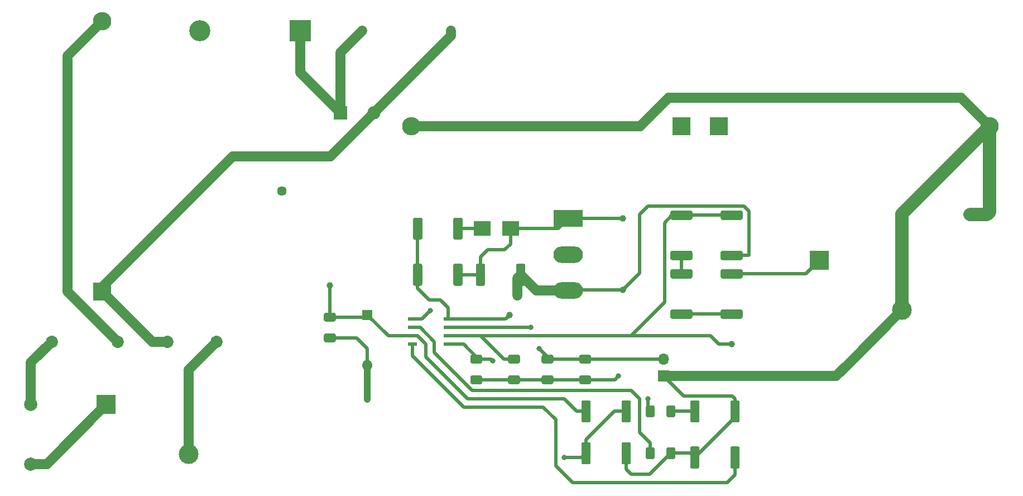
<source format=gbr>
%TF.GenerationSoftware,KiCad,Pcbnew,(5.1.8)-1*%
%TF.CreationDate,2021-03-15T15:17:27-07:00*%
%TF.ProjectId,KiCAD Simulations,4b694341-4420-4536-996d-756c6174696f,rev?*%
%TF.SameCoordinates,Original*%
%TF.FileFunction,Copper,L1,Top*%
%TF.FilePolarity,Positive*%
%FSLAX46Y46*%
G04 Gerber Fmt 4.6, Leading zero omitted, Abs format (unit mm)*
G04 Created by KiCad (PCBNEW (5.1.8)-1) date 2021-03-15 15:17:27*
%MOMM*%
%LPD*%
G01*
G04 APERTURE LIST*
%TA.AperFunction,ComponentPad*%
%ADD10O,3.200000X3.200000*%
%TD*%
%TA.AperFunction,ComponentPad*%
%ADD11R,3.200000X3.200000*%
%TD*%
%TA.AperFunction,ComponentPad*%
%ADD12O,2.800000X2.800000*%
%TD*%
%TA.AperFunction,ComponentPad*%
%ADD13R,2.800000X2.800000*%
%TD*%
%TA.AperFunction,ComponentPad*%
%ADD14O,1.700000X1.700000*%
%TD*%
%TA.AperFunction,ComponentPad*%
%ADD15R,1.700000X1.700000*%
%TD*%
%TA.AperFunction,ComponentPad*%
%ADD16C,1.854200*%
%TD*%
%TA.AperFunction,SMDPad,CuDef*%
%ADD17R,1.454899X0.558000*%
%TD*%
%TA.AperFunction,SMDPad,CuDef*%
%ADD18C,1.000000*%
%TD*%
%TA.AperFunction,ComponentPad*%
%ADD19C,2.000000*%
%TD*%
%TA.AperFunction,ComponentPad*%
%ADD20O,4.500000X2.500000*%
%TD*%
%TA.AperFunction,ComponentPad*%
%ADD21R,4.500000X2.500000*%
%TD*%
%TA.AperFunction,ComponentPad*%
%ADD22C,1.447800*%
%TD*%
%TA.AperFunction,ComponentPad*%
%ADD23C,3.000000*%
%TD*%
%TA.AperFunction,ComponentPad*%
%ADD24R,3.000000X3.000000*%
%TD*%
%TA.AperFunction,SMDPad,CuDef*%
%ADD25R,2.500000X2.300000*%
%TD*%
%TA.AperFunction,ComponentPad*%
%ADD26O,2.000000X2.000000*%
%TD*%
%TA.AperFunction,ComponentPad*%
%ADD27R,2.000000X2.000000*%
%TD*%
%TA.AperFunction,ComponentPad*%
%ADD28O,1.600000X1.600000*%
%TD*%
%TA.AperFunction,ComponentPad*%
%ADD29R,1.600000X1.600000*%
%TD*%
%TA.AperFunction,ViaPad*%
%ADD30C,0.800000*%
%TD*%
%TA.AperFunction,ViaPad*%
%ADD31C,1.200000*%
%TD*%
%TA.AperFunction,Conductor*%
%ADD32C,1.500000*%
%TD*%
%TA.AperFunction,Conductor*%
%ADD33C,0.500000*%
%TD*%
%TA.AperFunction,Conductor*%
%ADD34C,2.000000*%
%TD*%
%TA.AperFunction,Conductor*%
%ADD35C,1.000000*%
%TD*%
G04 APERTURE END LIST*
D10*
%TO.P,Dboost1,2*%
%TO.N,Net-(Dboost1-Pad2)*%
X120650000Y-26416000D03*
D11*
%TO.P,Dboost1,1*%
%TO.N,Net-(Coutx1-Pad1)*%
X135890000Y-26416000D03*
%TD*%
D12*
%TO.P,Coutx2,2*%
%TO.N,GND*%
X152675000Y-40894000D03*
D13*
%TO.P,Coutx2,1*%
%TO.N,Net-(Coutx1-Pad1)*%
X193675000Y-40894000D03*
%TD*%
D14*
%TO.P,J2,2*%
%TO.N,Net-(Cvcc1-Pad1)*%
X191008000Y-76200000D03*
D15*
%TO.P,J2,1*%
%TO.N,GND*%
X191008000Y-78740000D03*
%TD*%
D16*
%TO.P,Uac1,4*%
%TO.N,Net-(J1-Pad2)*%
X123171001Y-73533000D03*
%TO.P,Uac1,3*%
%TO.N,Net-(Cin1-Pad1)*%
X115671000Y-73533000D03*
%TO.P,Uac1,2*%
%TO.N,Net-(Cin1-Pad2)*%
X108171000Y-73533000D03*
%TO.P,Uac1,1*%
%TO.N,Net-(Rntc1-Pad1)*%
X98171000Y-73533000D03*
%TD*%
D17*
%TO.P,U1,8*%
%TO.N,Net-(Rgate1-Pad1)*%
X158296348Y-70104000D03*
%TO.P,U1,7*%
%TO.N,Net-(Cvcc1-Pad1)*%
X158296348Y-71374000D03*
%TO.P,U1,6*%
%TO.N,Net-(Cvsense1-Pad1)*%
X158296348Y-72644000D03*
%TO.P,U1,5*%
%TO.N,Net-(Ccomp1-Pad1)*%
X158296348Y-73914000D03*
%TO.P,U1,4*%
%TO.N,Net-(Rfreq1-Pad1)*%
X152853652Y-73914000D03*
%TO.P,U1,3*%
%TO.N,Net-(Cisense1-Pad1)*%
X152853652Y-72644000D03*
%TO.P,U1,2*%
%TO.N,Net-(Cicomp1-Pad1)*%
X152853652Y-71374000D03*
%TO.P,U1,1*%
%TO.N,GND*%
X152853652Y-70104000D03*
%TD*%
D18*
%TO.P,TPvsense1,1*%
%TO.N,Net-(Cvsense1-Pad1)*%
X201295000Y-73914000D03*
%TD*%
%TO.P,TPQ1,1*%
%TO.N,Net-(Dturnoff1-Pad2)*%
X184785000Y-54864000D03*
%TD*%
%TO.P,TPisense1,1*%
%TO.N,Net-(Cisense1-Pad1)*%
X140335000Y-65024000D03*
%TD*%
%TO.P,TPgnd5,1*%
%TO.N,GND*%
X184785000Y-65659000D03*
%TD*%
%TO.P,TPgnd2,1*%
%TO.N,GND*%
X237490000Y-54229000D03*
%TD*%
%TO.P,TPgnd1,1*%
%TO.N,GND*%
X146050000Y-82296000D03*
%TD*%
%TO.P,TPgate1,1*%
%TO.N,Net-(Rgate1-Pad1)*%
X167640000Y-69469000D03*
%TD*%
%TO.P,TPDstart2,1*%
%TO.N,Net-(Coutx1-Pad1)*%
X145288000Y-26416000D03*
%TD*%
%TO.P,TPDstart1,1*%
%TO.N,Net-(Cin1-Pad1)*%
X158750000Y-26416000D03*
%TD*%
%TO.P,Rsense1,2*%
%TO.N,GND*%
%TA.AperFunction,SMDPad,CuDef*%
G36*
G01*
X184595000Y-91849001D02*
X184595000Y-88998999D01*
G75*
G02*
X184844999Y-88749000I249999J0D01*
G01*
X185745001Y-88749000D01*
G75*
G02*
X185995000Y-88998999I0J-249999D01*
G01*
X185995000Y-91849001D01*
G75*
G02*
X185745001Y-92099000I-249999J0D01*
G01*
X184844999Y-92099000D01*
G75*
G02*
X184595000Y-91849001I0J249999D01*
G01*
G37*
%TD.AperFunction*%
%TO.P,Rsense1,1*%
%TO.N,Net-(Cin1-Pad2)*%
%TA.AperFunction,SMDPad,CuDef*%
G36*
G01*
X178495000Y-91849001D02*
X178495000Y-88998999D01*
G75*
G02*
X178744999Y-88749000I249999J0D01*
G01*
X179645001Y-88749000D01*
G75*
G02*
X179895000Y-88998999I0J-249999D01*
G01*
X179895000Y-91849001D01*
G75*
G02*
X179645001Y-92099000I-249999J0D01*
G01*
X178744999Y-92099000D01*
G75*
G02*
X178495000Y-91849001I0J249999D01*
G01*
G37*
%TD.AperFunction*%
%TD*%
D19*
%TO.P,Rntc1,2*%
%TO.N,Net-(J1-Pad1)*%
X94996000Y-92058000D03*
%TO.P,Rntc1,1*%
%TO.N,Net-(Rntc1-Pad1)*%
X94996000Y-83058000D03*
%TD*%
%TO.P,Risense1,2*%
%TO.N,Net-(Cin1-Pad2)*%
%TA.AperFunction,SMDPad,CuDef*%
G36*
G01*
X184595000Y-85499001D02*
X184595000Y-82648999D01*
G75*
G02*
X184844999Y-82399000I249999J0D01*
G01*
X185745001Y-82399000D01*
G75*
G02*
X185995000Y-82648999I0J-249999D01*
G01*
X185995000Y-85499001D01*
G75*
G02*
X185745001Y-85749000I-249999J0D01*
G01*
X184844999Y-85749000D01*
G75*
G02*
X184595000Y-85499001I0J249999D01*
G01*
G37*
%TD.AperFunction*%
%TO.P,Risense1,1*%
%TO.N,Net-(Cisense1-Pad1)*%
%TA.AperFunction,SMDPad,CuDef*%
G36*
G01*
X178495000Y-85499001D02*
X178495000Y-82648999D01*
G75*
G02*
X178744999Y-82399000I249999J0D01*
G01*
X179645001Y-82399000D01*
G75*
G02*
X179895000Y-82648999I0J-249999D01*
G01*
X179895000Y-85499001D01*
G75*
G02*
X179645001Y-85749000I-249999J0D01*
G01*
X178744999Y-85749000D01*
G75*
G02*
X178495000Y-85499001I0J249999D01*
G01*
G37*
%TD.AperFunction*%
%TD*%
%TO.P,Rgate3,2*%
%TO.N,Net-(Rgate1-Pad1)*%
%TA.AperFunction,SMDPad,CuDef*%
G36*
G01*
X154368000Y-54962999D02*
X154368000Y-57813001D01*
G75*
G02*
X154118001Y-58063000I-249999J0D01*
G01*
X153217999Y-58063000D01*
G75*
G02*
X152968000Y-57813001I0J249999D01*
G01*
X152968000Y-54962999D01*
G75*
G02*
X153217999Y-54713000I249999J0D01*
G01*
X154118001Y-54713000D01*
G75*
G02*
X154368000Y-54962999I0J-249999D01*
G01*
G37*
%TD.AperFunction*%
%TO.P,Rgate3,1*%
%TO.N,Net-(Dturnoff1-Pad1)*%
%TA.AperFunction,SMDPad,CuDef*%
G36*
G01*
X160468000Y-54962999D02*
X160468000Y-57813001D01*
G75*
G02*
X160218001Y-58063000I-249999J0D01*
G01*
X159317999Y-58063000D01*
G75*
G02*
X159068000Y-57813001I0J249999D01*
G01*
X159068000Y-54962999D01*
G75*
G02*
X159317999Y-54713000I249999J0D01*
G01*
X160218001Y-54713000D01*
G75*
G02*
X160468000Y-54962999I0J-249999D01*
G01*
G37*
%TD.AperFunction*%
%TD*%
%TO.P,Rgate2,2*%
%TO.N,GND*%
%TA.AperFunction,SMDPad,CuDef*%
G36*
G01*
X168593000Y-64798001D02*
X168593000Y-61947999D01*
G75*
G02*
X168842999Y-61698000I249999J0D01*
G01*
X169743001Y-61698000D01*
G75*
G02*
X169993000Y-61947999I0J-249999D01*
G01*
X169993000Y-64798001D01*
G75*
G02*
X169743001Y-65048000I-249999J0D01*
G01*
X168842999Y-65048000D01*
G75*
G02*
X168593000Y-64798001I0J249999D01*
G01*
G37*
%TD.AperFunction*%
%TO.P,Rgate2,1*%
%TO.N,Net-(Dturnoff1-Pad2)*%
%TA.AperFunction,SMDPad,CuDef*%
G36*
G01*
X162493000Y-64798001D02*
X162493000Y-61947999D01*
G75*
G02*
X162742999Y-61698000I249999J0D01*
G01*
X163643001Y-61698000D01*
G75*
G02*
X163893000Y-61947999I0J-249999D01*
G01*
X163893000Y-64798001D01*
G75*
G02*
X163643001Y-65048000I-249999J0D01*
G01*
X162742999Y-65048000D01*
G75*
G02*
X162493000Y-64798001I0J249999D01*
G01*
G37*
%TD.AperFunction*%
%TD*%
%TO.P,Rgate1,2*%
%TO.N,Net-(Dturnoff1-Pad2)*%
%TA.AperFunction,SMDPad,CuDef*%
G36*
G01*
X159068000Y-64798001D02*
X159068000Y-61947999D01*
G75*
G02*
X159317999Y-61698000I249999J0D01*
G01*
X160218001Y-61698000D01*
G75*
G02*
X160468000Y-61947999I0J-249999D01*
G01*
X160468000Y-64798001D01*
G75*
G02*
X160218001Y-65048000I-249999J0D01*
G01*
X159317999Y-65048000D01*
G75*
G02*
X159068000Y-64798001I0J249999D01*
G01*
G37*
%TD.AperFunction*%
%TO.P,Rgate1,1*%
%TO.N,Net-(Rgate1-Pad1)*%
%TA.AperFunction,SMDPad,CuDef*%
G36*
G01*
X152968000Y-64798001D02*
X152968000Y-61947999D01*
G75*
G02*
X153217999Y-61698000I249999J0D01*
G01*
X154118001Y-61698000D01*
G75*
G02*
X154368000Y-61947999I0J-249999D01*
G01*
X154368000Y-64798001D01*
G75*
G02*
X154118001Y-65048000I-249999J0D01*
G01*
X153217999Y-65048000D01*
G75*
G02*
X152968000Y-64798001I0J249999D01*
G01*
G37*
%TD.AperFunction*%
%TD*%
%TO.P,Rfreq1,2*%
%TO.N,GND*%
%TA.AperFunction,SMDPad,CuDef*%
G36*
G01*
X196405000Y-89633999D02*
X196405000Y-92484001D01*
G75*
G02*
X196155001Y-92734000I-249999J0D01*
G01*
X195254999Y-92734000D01*
G75*
G02*
X195005000Y-92484001I0J249999D01*
G01*
X195005000Y-89633999D01*
G75*
G02*
X195254999Y-89384000I249999J0D01*
G01*
X196155001Y-89384000D01*
G75*
G02*
X196405000Y-89633999I0J-249999D01*
G01*
G37*
%TD.AperFunction*%
%TO.P,Rfreq1,1*%
%TO.N,Net-(Rfreq1-Pad1)*%
%TA.AperFunction,SMDPad,CuDef*%
G36*
G01*
X202505000Y-89633999D02*
X202505000Y-92484001D01*
G75*
G02*
X202255001Y-92734000I-249999J0D01*
G01*
X201354999Y-92734000D01*
G75*
G02*
X201105000Y-92484001I0J249999D01*
G01*
X201105000Y-89633999D01*
G75*
G02*
X201354999Y-89384000I249999J0D01*
G01*
X202255001Y-89384000D01*
G75*
G02*
X202505000Y-89633999I0J-249999D01*
G01*
G37*
%TD.AperFunction*%
%TD*%
%TO.P,Rfbt3,2*%
%TO.N,Net-(Cvsense1-Pad1)*%
%TA.AperFunction,SMDPad,CuDef*%
G36*
G01*
X195100001Y-55054000D02*
X192249999Y-55054000D01*
G75*
G02*
X192000000Y-54804001I0J249999D01*
G01*
X192000000Y-53903999D01*
G75*
G02*
X192249999Y-53654000I249999J0D01*
G01*
X195100001Y-53654000D01*
G75*
G02*
X195350000Y-53903999I0J-249999D01*
G01*
X195350000Y-54804001D01*
G75*
G02*
X195100001Y-55054000I-249999J0D01*
G01*
G37*
%TD.AperFunction*%
%TO.P,Rfbt3,1*%
%TO.N,Net-(Rfbt1-Pad2)*%
%TA.AperFunction,SMDPad,CuDef*%
G36*
G01*
X195100001Y-61154000D02*
X192249999Y-61154000D01*
G75*
G02*
X192000000Y-60904001I0J249999D01*
G01*
X192000000Y-60003999D01*
G75*
G02*
X192249999Y-59754000I249999J0D01*
G01*
X195100001Y-59754000D01*
G75*
G02*
X195350000Y-60003999I0J-249999D01*
G01*
X195350000Y-60904001D01*
G75*
G02*
X195100001Y-61154000I-249999J0D01*
G01*
G37*
%TD.AperFunction*%
%TD*%
%TO.P,Rfbt2,2*%
%TO.N,Net-(Rfbt1-Pad1)*%
%TA.AperFunction,SMDPad,CuDef*%
G36*
G01*
X199869999Y-68644000D02*
X202720001Y-68644000D01*
G75*
G02*
X202970000Y-68893999I0J-249999D01*
G01*
X202970000Y-69794001D01*
G75*
G02*
X202720001Y-70044000I-249999J0D01*
G01*
X199869999Y-70044000D01*
G75*
G02*
X199620000Y-69794001I0J249999D01*
G01*
X199620000Y-68893999D01*
G75*
G02*
X199869999Y-68644000I249999J0D01*
G01*
G37*
%TD.AperFunction*%
%TO.P,Rfbt2,1*%
%TO.N,Net-(Coutx1-Pad1)*%
%TA.AperFunction,SMDPad,CuDef*%
G36*
G01*
X199869999Y-62544000D02*
X202720001Y-62544000D01*
G75*
G02*
X202970000Y-62793999I0J-249999D01*
G01*
X202970000Y-63694001D01*
G75*
G02*
X202720001Y-63944000I-249999J0D01*
G01*
X199869999Y-63944000D01*
G75*
G02*
X199620000Y-63694001I0J249999D01*
G01*
X199620000Y-62793999D01*
G75*
G02*
X199869999Y-62544000I249999J0D01*
G01*
G37*
%TD.AperFunction*%
%TD*%
%TO.P,Rfbt1,2*%
%TO.N,Net-(Rfbt1-Pad2)*%
%TA.AperFunction,SMDPad,CuDef*%
G36*
G01*
X195100001Y-63944000D02*
X192249999Y-63944000D01*
G75*
G02*
X192000000Y-63694001I0J249999D01*
G01*
X192000000Y-62793999D01*
G75*
G02*
X192249999Y-62544000I249999J0D01*
G01*
X195100001Y-62544000D01*
G75*
G02*
X195350000Y-62793999I0J-249999D01*
G01*
X195350000Y-63694001D01*
G75*
G02*
X195100001Y-63944000I-249999J0D01*
G01*
G37*
%TD.AperFunction*%
%TO.P,Rfbt1,1*%
%TO.N,Net-(Rfbt1-Pad1)*%
%TA.AperFunction,SMDPad,CuDef*%
G36*
G01*
X195100001Y-70044000D02*
X192249999Y-70044000D01*
G75*
G02*
X192000000Y-69794001I0J249999D01*
G01*
X192000000Y-68893999D01*
G75*
G02*
X192249999Y-68644000I249999J0D01*
G01*
X195100001Y-68644000D01*
G75*
G02*
X195350000Y-68893999I0J-249999D01*
G01*
X195350000Y-69794001D01*
G75*
G02*
X195100001Y-70044000I-249999J0D01*
G01*
G37*
%TD.AperFunction*%
%TD*%
%TO.P,Rfbb1,2*%
%TO.N,GND*%
%TA.AperFunction,SMDPad,CuDef*%
G36*
G01*
X199869999Y-59754000D02*
X202720001Y-59754000D01*
G75*
G02*
X202970000Y-60003999I0J-249999D01*
G01*
X202970000Y-60904001D01*
G75*
G02*
X202720001Y-61154000I-249999J0D01*
G01*
X199869999Y-61154000D01*
G75*
G02*
X199620000Y-60904001I0J249999D01*
G01*
X199620000Y-60003999D01*
G75*
G02*
X199869999Y-59754000I249999J0D01*
G01*
G37*
%TD.AperFunction*%
%TO.P,Rfbb1,1*%
%TO.N,Net-(Cvsense1-Pad1)*%
%TA.AperFunction,SMDPad,CuDef*%
G36*
G01*
X199869999Y-53654000D02*
X202720001Y-53654000D01*
G75*
G02*
X202970000Y-53903999I0J-249999D01*
G01*
X202970000Y-54804001D01*
G75*
G02*
X202720001Y-55054000I-249999J0D01*
G01*
X199869999Y-55054000D01*
G75*
G02*
X199620000Y-54804001I0J249999D01*
G01*
X199620000Y-53903999D01*
G75*
G02*
X199869999Y-53654000I249999J0D01*
G01*
G37*
%TD.AperFunction*%
%TD*%
%TO.P,Rcomp1,2*%
%TO.N,GND*%
%TA.AperFunction,SMDPad,CuDef*%
G36*
G01*
X201105000Y-85499001D02*
X201105000Y-82648999D01*
G75*
G02*
X201354999Y-82399000I249999J0D01*
G01*
X202255001Y-82399000D01*
G75*
G02*
X202505000Y-82648999I0J-249999D01*
G01*
X202505000Y-85499001D01*
G75*
G02*
X202255001Y-85749000I-249999J0D01*
G01*
X201354999Y-85749000D01*
G75*
G02*
X201105000Y-85499001I0J249999D01*
G01*
G37*
%TD.AperFunction*%
%TO.P,Rcomp1,1*%
%TO.N,Net-(Ccomp1-Pad2)*%
%TA.AperFunction,SMDPad,CuDef*%
G36*
G01*
X195005000Y-85499001D02*
X195005000Y-82648999D01*
G75*
G02*
X195254999Y-82399000I249999J0D01*
G01*
X196155001Y-82399000D01*
G75*
G02*
X196405000Y-82648999I0J-249999D01*
G01*
X196405000Y-85499001D01*
G75*
G02*
X196155001Y-85749000I-249999J0D01*
G01*
X195254999Y-85749000D01*
G75*
G02*
X195005000Y-85499001I0J249999D01*
G01*
G37*
%TD.AperFunction*%
%TD*%
D20*
%TO.P,Q1,3*%
%TO.N,GND*%
X176530000Y-65764000D03*
%TO.P,Q1,2*%
%TO.N,Net-(Dboost1-Pad2)*%
X176530000Y-60314000D03*
D21*
%TO.P,Q1,1*%
%TO.N,Net-(Dturnoff1-Pad2)*%
X176530000Y-54864000D03*
%TD*%
D22*
%TO.P,L1,2*%
%TO.N,Net-(Dboost1-Pad2)*%
X133096000Y-50673000D03*
%TO.P,L1,1*%
%TO.N,Net-(Cin1-Pad1)*%
X120396000Y-50673000D03*
%TD*%
D23*
%TO.P,J3,2*%
%TO.N,GND*%
X227130000Y-68714000D03*
D24*
%TO.P,J3,1*%
%TO.N,Net-(Coutx1-Pad1)*%
X214630000Y-61214000D03*
%TD*%
D23*
%TO.P,J1,2*%
%TO.N,Net-(J1-Pad2)*%
X118926000Y-90558000D03*
D24*
%TO.P,J1,1*%
%TO.N,Net-(J1-Pad1)*%
X106426000Y-83058000D03*
%TD*%
D25*
%TO.P,Dturnoff1,2*%
%TO.N,Net-(Dturnoff1-Pad2)*%
X167758000Y-56388000D03*
%TO.P,Dturnoff1,1*%
%TO.N,Net-(Dturnoff1-Pad1)*%
X163458000Y-56388000D03*
%TD*%
D26*
%TO.P,Dstart1,2*%
%TO.N,Net-(Cin1-Pad1)*%
X147066000Y-38862000D03*
D27*
%TO.P,Dstart1,1*%
%TO.N,Net-(Coutx1-Pad1)*%
X141986000Y-38862000D03*
%TD*%
D28*
%TO.P,Disense1,2*%
%TO.N,GND*%
X146050000Y-77089000D03*
D29*
%TO.P,Disense1,1*%
%TO.N,Net-(Cisense1-Pad1)*%
X146050000Y-69469000D03*
%TD*%
%TO.P,Cvsense1,2*%
%TO.N,GND*%
%TA.AperFunction,SMDPad,CuDef*%
G36*
G01*
X167624998Y-78624000D02*
X168925002Y-78624000D01*
G75*
G02*
X169175000Y-78873998I0J-249998D01*
G01*
X169175000Y-79699002D01*
G75*
G02*
X168925002Y-79949000I-249998J0D01*
G01*
X167624998Y-79949000D01*
G75*
G02*
X167375000Y-79699002I0J249998D01*
G01*
X167375000Y-78873998D01*
G75*
G02*
X167624998Y-78624000I249998J0D01*
G01*
G37*
%TD.AperFunction*%
%TO.P,Cvsense1,1*%
%TO.N,Net-(Cvsense1-Pad1)*%
%TA.AperFunction,SMDPad,CuDef*%
G36*
G01*
X167624998Y-75499000D02*
X168925002Y-75499000D01*
G75*
G02*
X169175000Y-75748998I0J-249998D01*
G01*
X169175000Y-76574002D01*
G75*
G02*
X168925002Y-76824000I-249998J0D01*
G01*
X167624998Y-76824000D01*
G75*
G02*
X167375000Y-76574002I0J249998D01*
G01*
X167375000Y-75748998D01*
G75*
G02*
X167624998Y-75499000I249998J0D01*
G01*
G37*
%TD.AperFunction*%
%TD*%
%TO.P,Cvccx1,2*%
%TO.N,GND*%
%TA.AperFunction,SMDPad,CuDef*%
G36*
G01*
X178419998Y-78624000D02*
X179720002Y-78624000D01*
G75*
G02*
X179970000Y-78873998I0J-249998D01*
G01*
X179970000Y-79699002D01*
G75*
G02*
X179720002Y-79949000I-249998J0D01*
G01*
X178419998Y-79949000D01*
G75*
G02*
X178170000Y-79699002I0J249998D01*
G01*
X178170000Y-78873998D01*
G75*
G02*
X178419998Y-78624000I249998J0D01*
G01*
G37*
%TD.AperFunction*%
%TO.P,Cvccx1,1*%
%TO.N,Net-(Cvcc1-Pad1)*%
%TA.AperFunction,SMDPad,CuDef*%
G36*
G01*
X178419998Y-75499000D02*
X179720002Y-75499000D01*
G75*
G02*
X179970000Y-75748998I0J-249998D01*
G01*
X179970000Y-76574002D01*
G75*
G02*
X179720002Y-76824000I-249998J0D01*
G01*
X178419998Y-76824000D01*
G75*
G02*
X178170000Y-76574002I0J249998D01*
G01*
X178170000Y-75748998D01*
G75*
G02*
X178419998Y-75499000I249998J0D01*
G01*
G37*
%TD.AperFunction*%
%TD*%
%TO.P,Cvcc1,2*%
%TO.N,GND*%
%TA.AperFunction,SMDPad,CuDef*%
G36*
G01*
X172704998Y-78624000D02*
X174005002Y-78624000D01*
G75*
G02*
X174255000Y-78873998I0J-249998D01*
G01*
X174255000Y-79699002D01*
G75*
G02*
X174005002Y-79949000I-249998J0D01*
G01*
X172704998Y-79949000D01*
G75*
G02*
X172455000Y-79699002I0J249998D01*
G01*
X172455000Y-78873998D01*
G75*
G02*
X172704998Y-78624000I249998J0D01*
G01*
G37*
%TD.AperFunction*%
%TO.P,Cvcc1,1*%
%TO.N,Net-(Cvcc1-Pad1)*%
%TA.AperFunction,SMDPad,CuDef*%
G36*
G01*
X172704998Y-75499000D02*
X174005002Y-75499000D01*
G75*
G02*
X174255000Y-75748998I0J-249998D01*
G01*
X174255000Y-76574002D01*
G75*
G02*
X174005002Y-76824000I-249998J0D01*
G01*
X172704998Y-76824000D01*
G75*
G02*
X172455000Y-76574002I0J249998D01*
G01*
X172455000Y-75748998D01*
G75*
G02*
X172704998Y-75499000I249998J0D01*
G01*
G37*
%TD.AperFunction*%
%TD*%
D12*
%TO.P,Coutx1,2*%
%TO.N,GND*%
X240390000Y-40894000D03*
D13*
%TO.P,Coutx1,1*%
%TO.N,Net-(Coutx1-Pad1)*%
X199390000Y-40894000D03*
%TD*%
%TO.P,Cisense1,2*%
%TO.N,GND*%
%TA.AperFunction,SMDPad,CuDef*%
G36*
G01*
X139684998Y-72274000D02*
X140985002Y-72274000D01*
G75*
G02*
X141235000Y-72523998I0J-249998D01*
G01*
X141235000Y-73349002D01*
G75*
G02*
X140985002Y-73599000I-249998J0D01*
G01*
X139684998Y-73599000D01*
G75*
G02*
X139435000Y-73349002I0J249998D01*
G01*
X139435000Y-72523998D01*
G75*
G02*
X139684998Y-72274000I249998J0D01*
G01*
G37*
%TD.AperFunction*%
%TO.P,Cisense1,1*%
%TO.N,Net-(Cisense1-Pad1)*%
%TA.AperFunction,SMDPad,CuDef*%
G36*
G01*
X139684998Y-69149000D02*
X140985002Y-69149000D01*
G75*
G02*
X141235000Y-69398998I0J-249998D01*
G01*
X141235000Y-70224002D01*
G75*
G02*
X140985002Y-70474000I-249998J0D01*
G01*
X139684998Y-70474000D01*
G75*
G02*
X139435000Y-70224002I0J249998D01*
G01*
X139435000Y-69398998D01*
G75*
G02*
X139684998Y-69149000I249998J0D01*
G01*
G37*
%TD.AperFunction*%
%TD*%
D12*
%TO.P,Cin1,2*%
%TO.N,Net-(Cin1-Pad2)*%
X105791000Y-24913000D03*
D13*
%TO.P,Cin1,1*%
%TO.N,Net-(Cin1-Pad1)*%
X105791000Y-65913000D03*
%TD*%
%TO.P,Cicomp1,2*%
%TO.N,GND*%
%TA.AperFunction,SMDPad,CuDef*%
G36*
G01*
X191400000Y-91074002D02*
X191400000Y-89773998D01*
G75*
G02*
X191649998Y-89524000I249998J0D01*
G01*
X192475002Y-89524000D01*
G75*
G02*
X192725000Y-89773998I0J-249998D01*
G01*
X192725000Y-91074002D01*
G75*
G02*
X192475002Y-91324000I-249998J0D01*
G01*
X191649998Y-91324000D01*
G75*
G02*
X191400000Y-91074002I0J249998D01*
G01*
G37*
%TD.AperFunction*%
%TO.P,Cicomp1,1*%
%TO.N,Net-(Cicomp1-Pad1)*%
%TA.AperFunction,SMDPad,CuDef*%
G36*
G01*
X188275000Y-91074002D02*
X188275000Y-89773998D01*
G75*
G02*
X188524998Y-89524000I249998J0D01*
G01*
X189350002Y-89524000D01*
G75*
G02*
X189600000Y-89773998I0J-249998D01*
G01*
X189600000Y-91074002D01*
G75*
G02*
X189350002Y-91324000I-249998J0D01*
G01*
X188524998Y-91324000D01*
G75*
G02*
X188275000Y-91074002I0J249998D01*
G01*
G37*
%TD.AperFunction*%
%TD*%
%TO.P,Ccomp2,2*%
%TO.N,GND*%
%TA.AperFunction,SMDPad,CuDef*%
G36*
G01*
X161909998Y-78624000D02*
X163210002Y-78624000D01*
G75*
G02*
X163460000Y-78873998I0J-249998D01*
G01*
X163460000Y-79699002D01*
G75*
G02*
X163210002Y-79949000I-249998J0D01*
G01*
X161909998Y-79949000D01*
G75*
G02*
X161660000Y-79699002I0J249998D01*
G01*
X161660000Y-78873998D01*
G75*
G02*
X161909998Y-78624000I249998J0D01*
G01*
G37*
%TD.AperFunction*%
%TO.P,Ccomp2,1*%
%TO.N,Net-(Ccomp1-Pad1)*%
%TA.AperFunction,SMDPad,CuDef*%
G36*
G01*
X161909998Y-75499000D02*
X163210002Y-75499000D01*
G75*
G02*
X163460000Y-75748998I0J-249998D01*
G01*
X163460000Y-76574002D01*
G75*
G02*
X163210002Y-76824000I-249998J0D01*
G01*
X161909998Y-76824000D01*
G75*
G02*
X161660000Y-76574002I0J249998D01*
G01*
X161660000Y-75748998D01*
G75*
G02*
X161909998Y-75499000I249998J0D01*
G01*
G37*
%TD.AperFunction*%
%TD*%
%TO.P,Ccomp1,2*%
%TO.N,Net-(Ccomp1-Pad2)*%
%TA.AperFunction,SMDPad,CuDef*%
G36*
G01*
X191400000Y-84724002D02*
X191400000Y-83423998D01*
G75*
G02*
X191649998Y-83174000I249998J0D01*
G01*
X192475002Y-83174000D01*
G75*
G02*
X192725000Y-83423998I0J-249998D01*
G01*
X192725000Y-84724002D01*
G75*
G02*
X192475002Y-84974000I-249998J0D01*
G01*
X191649998Y-84974000D01*
G75*
G02*
X191400000Y-84724002I0J249998D01*
G01*
G37*
%TD.AperFunction*%
%TO.P,Ccomp1,1*%
%TO.N,Net-(Ccomp1-Pad1)*%
%TA.AperFunction,SMDPad,CuDef*%
G36*
G01*
X188275000Y-84724002D02*
X188275000Y-83423998D01*
G75*
G02*
X188524998Y-83174000I249998J0D01*
G01*
X189350002Y-83174000D01*
G75*
G02*
X189600000Y-83423998I0J-249998D01*
G01*
X189600000Y-84724002D01*
G75*
G02*
X189350002Y-84974000I-249998J0D01*
G01*
X188524998Y-84974000D01*
G75*
G02*
X188275000Y-84724002I0J249998D01*
G01*
G37*
%TD.AperFunction*%
%TD*%
D30*
%TO.N,Net-(Cin1-Pad2)*%
X175895000Y-91059000D03*
%TO.N,Net-(Cvcc1-Pad1)*%
X172085000Y-74549000D03*
X170815000Y-71374000D03*
%TO.N,Net-(Ccomp1-Pad1)*%
X165100000Y-76454000D03*
X188595000Y-82169000D03*
%TO.N,GND*%
X155575000Y-68834000D03*
D31*
X168783000Y-66548000D03*
D30*
X184150000Y-78740000D03*
%TD*%
D32*
%TO.N,Net-(Cin1-Pad2)*%
X108171000Y-73533000D02*
X100551000Y-65913000D01*
X100551000Y-30153000D02*
X105791000Y-24913000D01*
X100551000Y-65913000D02*
X100551000Y-30153000D01*
D33*
X178560000Y-91059000D02*
X179195000Y-90424000D01*
X175895000Y-91059000D02*
X178560000Y-91059000D01*
X179195000Y-90424000D02*
X179195000Y-88394000D01*
X183515000Y-84074000D02*
X185295000Y-84074000D01*
X179195000Y-88394000D02*
X183515000Y-84074000D01*
D32*
%TO.N,Net-(Cin1-Pad1)*%
X113411000Y-73533000D02*
X105791000Y-65913000D01*
X115671000Y-73533000D02*
X113411000Y-73533000D01*
X105791000Y-65278000D02*
X105791000Y-65913000D01*
X120396000Y-50673000D02*
X105791000Y-65278000D01*
X147066000Y-38862000D02*
X140462000Y-45466000D01*
X125603000Y-45466000D02*
X120396000Y-50673000D01*
X140462000Y-45466000D02*
X125603000Y-45466000D01*
X158750000Y-27178000D02*
X158750000Y-26416000D01*
X147066000Y-38862000D02*
X158750000Y-27178000D01*
D33*
%TO.N,Net-(Cisense1-Pad1)*%
X139992500Y-69469000D02*
X140335000Y-69811500D01*
X140335000Y-69811500D02*
X140335000Y-69469000D01*
X145707500Y-69811500D02*
X146050000Y-69469000D01*
X140335000Y-69811500D02*
X145707500Y-69811500D01*
X153670000Y-72644000D02*
X152853652Y-72644000D01*
X154940000Y-73914000D02*
X153670000Y-72644000D01*
X154940000Y-75819000D02*
X154940000Y-73914000D01*
X161290000Y-82169000D02*
X154940000Y-75819000D01*
X175895000Y-82169000D02*
X161290000Y-82169000D01*
X177800000Y-84074000D02*
X175895000Y-82169000D01*
X179195000Y-84074000D02*
X177800000Y-84074000D01*
X149225000Y-72644000D02*
X152853652Y-72644000D01*
X146050000Y-69469000D02*
X149225000Y-72644000D01*
X140335000Y-69811500D02*
X140335000Y-65024000D01*
%TO.N,Net-(Cvcc1-Pad1)*%
X173355000Y-76161500D02*
X179070000Y-76161500D01*
X173355000Y-76161500D02*
X173355000Y-75819000D01*
X173355000Y-75819000D02*
X172085000Y-74549000D01*
X158296348Y-71374000D02*
X170815000Y-71374000D01*
X190969500Y-76161500D02*
X191008000Y-76200000D01*
X179070000Y-76161500D02*
X190969500Y-76161500D01*
%TO.N,Net-(Cvsense1-Pad1)*%
X193550000Y-54229000D02*
X193675000Y-54354000D01*
X193675000Y-54354000D02*
X201295000Y-54354000D01*
X192280000Y-54354000D02*
X193675000Y-54354000D01*
X191135000Y-55499000D02*
X192280000Y-54354000D01*
X191135000Y-67564000D02*
X191135000Y-55499000D01*
X186055000Y-72644000D02*
X191135000Y-67564000D01*
X164465000Y-72644000D02*
X186055000Y-72644000D01*
X163195000Y-72644000D02*
X162560000Y-72644000D01*
X166712500Y-76161500D02*
X163195000Y-72644000D01*
X168275000Y-76161500D02*
X166712500Y-76161500D01*
X162560000Y-72644000D02*
X164465000Y-72644000D01*
X158296348Y-72644000D02*
X162560000Y-72644000D01*
X201295000Y-73914000D02*
X199390000Y-73914000D01*
X199390000Y-73914000D02*
X198120000Y-72644000D01*
X198120000Y-72644000D02*
X186055000Y-72644000D01*
%TO.N,Net-(Ccomp1-Pad1)*%
X162560000Y-76161500D02*
X162560000Y-75819000D01*
X160655000Y-73914000D02*
X158296348Y-73914000D01*
X162560000Y-75819000D02*
X160655000Y-73914000D01*
X164807500Y-76161500D02*
X165100000Y-76454000D01*
X162560000Y-76161500D02*
X164807500Y-76161500D01*
X189230000Y-83781500D02*
X188937500Y-84074000D01*
X188595000Y-83731500D02*
X188937500Y-84074000D01*
X188595000Y-82169000D02*
X188595000Y-83731500D01*
%TO.N,Net-(Rfreq1-Pad1)*%
X152853652Y-75637652D02*
X152853652Y-73914000D01*
X172720000Y-83439000D02*
X160655000Y-83439000D01*
X174625000Y-85344000D02*
X172720000Y-83439000D01*
X174625000Y-92329000D02*
X174625000Y-85344000D01*
X177165000Y-94869000D02*
X174625000Y-92329000D01*
X200660000Y-94869000D02*
X177165000Y-94869000D01*
X160655000Y-83439000D02*
X152853652Y-75637652D01*
X201805000Y-93724000D02*
X200660000Y-94869000D01*
X201805000Y-91059000D02*
X201805000Y-93724000D01*
%TO.N,Net-(Cicomp1-Pad1)*%
X154081101Y-71374000D02*
X152853652Y-71374000D01*
X156210000Y-75184000D02*
X156210000Y-73502899D01*
X156210000Y-73502899D02*
X154081101Y-71374000D01*
X161925000Y-80899000D02*
X156210000Y-75184000D01*
X186055000Y-80899000D02*
X161925000Y-80899000D01*
X187325000Y-82169000D02*
X186055000Y-80899000D01*
X187325000Y-87249000D02*
X187325000Y-82169000D01*
X188937500Y-88861500D02*
X187325000Y-87249000D01*
X188937500Y-90424000D02*
X188937500Y-88861500D01*
%TO.N,Net-(Ccomp1-Pad2)*%
X192062500Y-84074000D02*
X195705000Y-84074000D01*
%TO.N,Net-(Dturnoff1-Pad2)*%
X175260000Y-56134000D02*
X176530000Y-54864000D01*
X159768000Y-63373000D02*
X163193000Y-63373000D01*
X163193000Y-63373000D02*
X163193000Y-60708000D01*
X163193000Y-60708000D02*
X164338000Y-59563000D01*
X164338000Y-59563000D02*
X166878000Y-59563000D01*
X167758000Y-58683000D02*
X167758000Y-56388000D01*
X166878000Y-59563000D02*
X167758000Y-58683000D01*
X184785000Y-54864000D02*
X176530000Y-54864000D01*
X175006000Y-56388000D02*
X176530000Y-54864000D01*
X167758000Y-56388000D02*
X175006000Y-56388000D01*
%TO.N,Net-(Dturnoff1-Pad1)*%
X159768000Y-56388000D02*
X163458000Y-56388000D01*
%TO.N,Net-(Rfbt1-Pad2)*%
X193675000Y-60454000D02*
X193675000Y-63244000D01*
%TO.N,Net-(Rfbt1-Pad1)*%
X201295000Y-69344000D02*
X193675000Y-69344000D01*
%TO.N,GND*%
X152853652Y-70104000D02*
X154305000Y-70104000D01*
X154305000Y-70104000D02*
X155575000Y-68834000D01*
D34*
X227130000Y-54154000D02*
X240390000Y-40894000D01*
X227130000Y-68714000D02*
X227130000Y-54154000D01*
X240390000Y-40894000D02*
X240390000Y-53869000D01*
X240030000Y-54229000D02*
X240390000Y-53869000D01*
X237490000Y-54229000D02*
X240030000Y-54229000D01*
D33*
X176635000Y-65659000D02*
X176530000Y-65764000D01*
X184785000Y-65659000D02*
X176635000Y-65659000D01*
X187325000Y-63119000D02*
X184785000Y-65659000D01*
X187325000Y-54229000D02*
X187325000Y-63119000D01*
X188595000Y-52959000D02*
X187325000Y-54229000D01*
X203200000Y-52959000D02*
X188595000Y-52959000D01*
X203960000Y-53719000D02*
X203200000Y-52959000D01*
X203960000Y-60454000D02*
X203960000Y-53719000D01*
X201295000Y-60454000D02*
X203960000Y-60454000D01*
X173355000Y-79286500D02*
X179070000Y-79286500D01*
X168275000Y-79286500D02*
X173355000Y-79286500D01*
X162560000Y-79286500D02*
X168275000Y-79286500D01*
X195070000Y-90424000D02*
X195705000Y-91059000D01*
X192062500Y-90424000D02*
X195070000Y-90424000D01*
X201805000Y-84959000D02*
X201805000Y-84074000D01*
X195705000Y-91059000D02*
X201805000Y-84959000D01*
X192062500Y-90424000D02*
X192062500Y-90081500D01*
X146050000Y-77089000D02*
X146050000Y-74549000D01*
X144437500Y-72936500D02*
X140335000Y-72936500D01*
X146050000Y-74549000D02*
X144437500Y-72936500D01*
X185295000Y-90424000D02*
X185295000Y-92839000D01*
X185295000Y-92839000D02*
X186055000Y-93599000D01*
X188887500Y-93599000D02*
X192062500Y-90424000D01*
X186055000Y-93599000D02*
X188887500Y-93599000D01*
D35*
X146050000Y-77089000D02*
X146050000Y-82296000D01*
D32*
X171684000Y-65764000D02*
X169293000Y-63373000D01*
X176530000Y-65764000D02*
X171684000Y-65764000D01*
X168783000Y-63883000D02*
X169293000Y-63373000D01*
X168783000Y-66548000D02*
X168783000Y-63883000D01*
D33*
X179070000Y-79286500D02*
X183603500Y-79286500D01*
X183603500Y-79286500D02*
X184150000Y-78740000D01*
D32*
X217104000Y-78740000D02*
X218788000Y-77056000D01*
X218788000Y-77056000D02*
X217866000Y-77978000D01*
X227130000Y-68714000D02*
X218788000Y-77056000D01*
X200914000Y-78740000D02*
X217104000Y-78740000D01*
X191008000Y-78740000D02*
X200914000Y-78740000D01*
D33*
X201805000Y-84074000D02*
X201805000Y-82171000D01*
X201805000Y-82171000D02*
X201422000Y-81788000D01*
X194056000Y-81788000D02*
X191008000Y-78740000D01*
X201422000Y-81788000D02*
X194056000Y-81788000D01*
D32*
X152675000Y-40894000D02*
X187452000Y-40894000D01*
X187452000Y-40894000D02*
X191770000Y-36576000D01*
X236072000Y-36576000D02*
X240390000Y-40894000D01*
X191770000Y-36576000D02*
X236072000Y-36576000D01*
%TO.N,Net-(Rntc1-Pad1)*%
X94996000Y-76708000D02*
X98171000Y-73533000D01*
X94996000Y-83058000D02*
X94996000Y-76708000D01*
%TO.N,Net-(J1-Pad2)*%
X118926000Y-77778001D02*
X123171001Y-73533000D01*
X118926000Y-90558000D02*
X118926000Y-77778001D01*
%TO.N,Net-(J1-Pad1)*%
X97426000Y-92058000D02*
X106426000Y-83058000D01*
X94996000Y-92058000D02*
X97426000Y-92058000D01*
D33*
%TO.N,Net-(Coutx1-Pad1)*%
X212600000Y-63244000D02*
X214630000Y-61214000D01*
X201295000Y-63244000D02*
X212600000Y-63244000D01*
D32*
X135890000Y-32766000D02*
X141986000Y-38862000D01*
X135890000Y-26416000D02*
X135890000Y-32766000D01*
X141986000Y-29718000D02*
X145288000Y-26416000D01*
X141986000Y-38862000D02*
X141986000Y-29718000D01*
D33*
%TO.N,Net-(Rgate1-Pad1)*%
X158296348Y-70104000D02*
X158296348Y-68380348D01*
X153668000Y-65403000D02*
X153668000Y-63373000D01*
X155448000Y-67183000D02*
X153668000Y-65403000D01*
X153668000Y-63373000D02*
X153668000Y-56388000D01*
X167005000Y-70104000D02*
X167640000Y-69469000D01*
X158296348Y-70104000D02*
X167005000Y-70104000D01*
X157099000Y-67183000D02*
X158296348Y-68380348D01*
X155448000Y-67183000D02*
X157099000Y-67183000D01*
%TD*%
M02*

</source>
